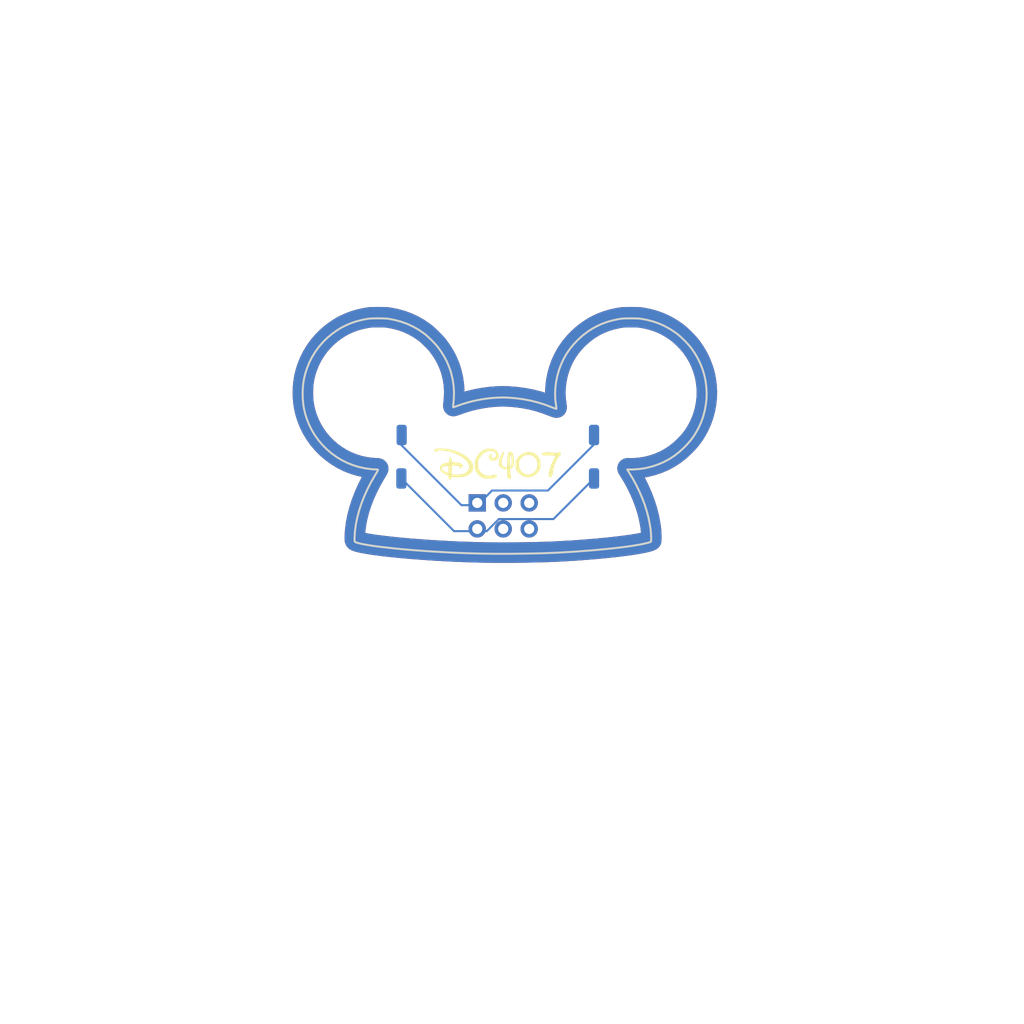
<source format=kicad_pcb>
(kicad_pcb (version 20221018) (generator pcbnew)
  (layers (0 "F.Cu" signal) (31 "B.Cu" signal) (34 "B.Paste" user) (35 "F.Paste" user) (36 "B.SilkS" user "B.Silkscreen") (37 "F.SilkS" user "F.Silkscreen") (38 "B.Mask" user) (39 "F.Mask" user) (44 "Edge.Cuts" user))
  (net 0 "")
  (net 1 "Net-(BT1--)")
  (net 2 "Net-(BT1-+)")
  (footprint "LOGO" (layer "F.Cu") (at 149.245 92.68)
    (fp_text reference "G***" hide)
    (fp_text value "LOGO" hide)
    (fp_poly (pts (xy 5.473065 1.458043) (xy 5.481364 1.466462) (xy 5.498903 1.516303) (xy 5.505946 1.600115) (xy 5.504814 1.647775) (xy 5.497046 1.733133) (xy 5.480054 1.782575) (xy 5.444528 1.81394) (xy 5.408461 1.832439) (xy 5.337767 1.886684) (xy 5.258084 1.98297) (xy 5.176131 2.11193) (xy 5.09863 2.264195) (xy 5.098377 2.264752) (xy 5.027157 2.422325) (xy 4.974925 2.539804) (xy 4.938051 2.625861) (xy 4.912904 2.689168) (xy 4.895855 2.738397) (xy 4.88594 2.772241) (xy 4.833887 2.971891) (xy 4.796269 3.138275) (xy 4.769456 3.288759) (xy 4.753991 3.403882) (xy 4.738879 3.511387) (xy 4.721702 3.602039) (xy 4.705703 3.659275) (xy 4.702751 3.66558) (xy 4.680254 3.721512) (xy 4.675931 3.746215) (xy 4.659214 3.790267) (xy 4.624586 3.840654) (xy 4.560789 3.884316) (xy 4.478319 3.901491) (xy 4.399486 3.890563) (xy 4.353823 3.860255) (xy 4.339109 3.813591) (xy 4.332219 3.729264) (xy 4.332541 3.622704) (xy 4.339458 3.509339) (xy 4.352357 3.404595) (xy 4.370623 3.323903) (xy 4.375747 3.309807) (xy 4.397886 3.247457) (xy 4.426647 3.156037) (xy 4.448416 3.081342) (xy 4.479505 2.978817) (xy 4.512055 2.884153) (xy 4.531487 2.835375) (xy 4.557328 2.769397) (xy 4.569224 2.723019) (xy 4.569312 2.720777) (xy 4.58148 2.673573) (xy 4.595248 2.644205) (xy 4.620445 2.593401) (xy 4.656431 2.514686) (xy 4.679002 2.463141) (xy 4.717137 2.377813) (xy 4.770057 2.26366) (xy 4.828733 2.140052) (xy 4.854052 2.087649) (xy 4.971283 1.84655) (xy 4.857652 1.812555) (xy 4.775959 1.797881) (xy 4.643849 1.787135) (xy 4.464532 1.780498) (xy 4.244219 1.778152) (xy 4.066661 1.777555) (xy 3.935059 1.775624) (xy 3.841618 1.771647) (xy 3.778541 1.764916) (xy 3.738032 1.754721) (xy 3.712294 1.740351) (xy 3.699933 1.72859) (xy 3.661774 1.673108) (xy 3.666887 1.625847) (xy 3.715926 1.570342) (xy 3.812677 1.513839) (xy 3.956702 1.476912) (xy 4.145128 1.459772) (xy 4.375083 1.462628) (xy 4.643695 1.485688) (xy 4.730376 1.496444) (xy 4.902762 1.516029) (xy 5.032728 1.522379) (xy 5.130102 1.514908) (xy 5.204712 1.49303) (xy 5.25397 1.465209) (xy 5.329182 1.434501) (xy 5.410023 1.432155)) (fill solid) (layer "F.SilkS"))
    (fp_poly (pts (xy 0.721887 1.451752) (xy 0.798671 1.540655) (xy 0.857736 1.677722) (xy 0.899657 1.863962) (xy 0.925007 2.100383) (xy 0.927551 2.142694) (xy 0.934176 2.392727) (xy 0.923128 2.596403) (xy 0.892971 2.758611) (xy 0.842269 2.884242) (xy 0.769584 2.978184) (xy 0.673479 3.045326) (xy 0.660406 3.051766) (xy 0.565185 3.096952) (xy 0.580652 3.344491) (xy 0.592278 3.478212) (xy 0.609405 3.613333) (xy 0.628827 3.725564) (xy 0.634038 3.748751) (xy 0.658821 3.857397) (xy 0.668658 3.928151) (xy 0.66278 3.974974) (xy 0.640415 4.011827) (xy 0.618201 4.035522) (xy 0.54751 4.081259) (xy 0.46819 4.078982) (xy 0.406133 4.051769) (xy 0.355434 4.017076) (xy 0.318914 3.972061) (xy 0.294327 3.907994) (xy 0.27943 3.816141) (xy 0.271975 3.68777) (xy 0.269736 3.521246) (xy 0.268783 3.1548) (xy 0.089899 3.135643) (xy -0.060294 3.104669) (xy -0.214712 3.047899) (xy -0.352899 2.974178) (xy -0.440972 2.906104) (xy -0.49055 2.835244) (xy -0.533423 2.735775) (xy -0.559932 2.632764) (xy -0.56404 2.586775) (xy -0.5586 2.523821) (xy -0.543977 2.42637) (xy -0.523465 2.311663) (xy -0.500358 2.19694) (xy -0.477952 2.099441) (xy -0.459542 2.036406) (xy -0.458224 2.033088) (xy -0.414617 1.934782) (xy -0.360111 1.822098) (xy -0.301123 1.70713) (xy -0.244069 1.601973) (xy -0.195364 1.51872) (xy -0.161422 1.469466) (xy -0.156541 1.464364) (xy -0.1123 1.436287) (xy -0.073515 1.450135) (xy -0.0677 1.454786) (xy -0.0331 1.510984) (xy -0.034221 1.595955) (xy -0.071321 1.714663) (xy -0.082663 1.741918) (xy -0.186002 2.017634) (xy -0.246331 2.264328) (xy -0.26413 2.484569) (xy -0.249602 2.635341) (xy -0.233955 2.701042) (xy -0.208263 2.747287) (xy -0.160237 2.788062) (xy -0.077589 2.837354) (xy -0.06688 2.843328) (xy 0.026493 2.888324) (xy 0.11756 2.920749) (xy 0.192751 2.936972) (xy 0.238499 2.933363) (xy 0.245021 2.926792) (xy 0.246997 2.89915) (xy 0.250672 2.826071) (xy 0.25567 2.715835) (xy 0.261619 2.576721) (xy 0.268145 2.417009) (xy 0.268985 2.395945) (xy 0.275107 2.274993) (xy 0.537566 2.274993) (xy 0.538203 2.472706) (xy 0.540343 2.62232) (xy 0.544329 2.72948) (xy 0.550505 2.79983) (xy 0.559214 2.839014) (xy 0.570799 2.852678) (xy 0.572711 2.852876) (xy 0.603692 2.830343) (xy 0.641375 2.773386) (xy 0.657481 2.740398) (xy 0.681833 2.65278) (xy 0.698561 2.527648) (xy 0.707371 2.380742) (xy 0.707971 2.2278) (xy 0.700068 2.084564) (xy 0.683368 1.966774) (xy 0.672655 1.925479) (xy 0.634616 1.812035) (xy 0.604316 1.736256) (xy 0.580908 1.70033) (xy 0.563547 1.706444) (xy 0.551388 1.756788) (xy 0.543584 1.853547) (xy 0.539291 1.99891) (xy 0.537663 2.195065) (xy 0.537566 2.274993) (xy 0.275107 2.274993) (xy 0.282457 2.129799) (xy 0.300328 1.913027) (xy 0.323663 1.741353) (xy 0.353524 1.610499) (xy 0.390975 1.516185) (xy 0.437077 1.454136) (xy 0.492894 1.420072) (xy 0.512866 1.414408) (xy 0.62681 1.410006)) (fill solid) (layer "F.SilkS"))
    (fp_poly (pts (xy -1.287029 1.110651) (xy -1.143998 1.12868) (xy -1.055216 1.149319) (xy -0.899147 1.222998) (xy -0.75932 1.335064) (xy -0.648209 1.473068) (xy -0.578285 1.624561) (xy -0.57797 1.625639) (xy -0.55388 1.718059) (xy -0.547434 1.78605) (xy -0.55847 1.855905) (xy -0.576169 1.918855) (xy -0.610574 2.020634) (xy -0.64889 2.092264) (xy -0.705079 2.153489) (xy -0.790724 2.222258) (xy -0.856893 2.266741) (xy -0.919393 2.290809) (xy -0.999595 2.300442) (xy -1.074947 2.301799) (xy -1.180205 2.298484) (xy -1.252578 2.284767) (xy -1.312713 2.255145) (xy -1.350236 2.228418) (xy -1.437726 2.13836) (xy -1.496162 2.030817) (xy -1.519583 1.921058) (xy -1.505163 1.831447) (xy -1.462796 1.758151) (xy -1.406131 1.696214) (xy -1.344822 1.6508) (xy -1.288521 1.627073) (xy -1.246881 1.630195) (xy -1.229556 1.665329) (xy -1.230801 1.6847) (xy -1.24912 1.833648) (xy -1.250811 1.93782) (xy -1.233435 2.00429) (xy -1.194551 2.04013) (xy -1.131721 2.052416) (xy -1.103953 2.05247) (xy -0.985858 2.024356) (xy -0.892191 1.949289) (xy -0.849132 1.882123) (xy -0.816776 1.805042) (xy -0.80963 1.738866) (xy -0.827631 1.660694) (xy -0.848365 1.603934) (xy -0.892945 1.516225) (xy -0.954795 1.453109) (xy -1.045301 1.406973) (xy -1.175851 1.370201) (xy -1.208483 1.363152) (xy -1.318336 1.342715) (xy -1.400435 1.336373) (xy -1.478909 1.344151) (xy -1.567576 1.36354) (xy -1.667336 1.390375) (xy -1.755022 1.418113) (xy -1.800847 1.436022) (xy -1.971711 1.539844) (xy -2.140935 1.684303) (xy -2.296471 1.857298) (xy -2.42627 2.046727) (xy -2.448797 2.086844) (xy -2.564853 2.301871) (xy -2.565866 2.63785) (xy -2.565635 2.779659) (xy -2.562429 2.881443) (xy -2.55398 2.956928) (xy -2.53802 3.019842) (xy -2.512282 3.08391) (xy -2.481507 3.148538) (xy -2.401956 3.280294) (xy -2.295735 3.413685) (xy -2.177175 3.533099) (xy -2.060604 3.622926) (xy -2.029312 3.641162) (xy -1.893157 3.699506) (xy -1.744771 3.732986) (xy -1.572624 3.742931) (xy -1.365189 3.730669) (xy -1.306985 3.724349) (xy -1.171946 3.706737) (xy -1.04789 3.687176) (xy -0.94956 3.668194) (xy -0.895899 3.65393) (xy -0.801838 3.63771) (xy -0.736844 3.659347) (xy -0.706314 3.70843) (xy -0.715648 3.77455) (xy -0.770242 3.847297) (xy -0.787826 3.862332) (xy -0.882244 3.928593) (xy -0.982358 3.977355) (xy -1.098944 4.011381) (xy -1.242779 4.033434) (xy -1.424638 4.046277) (xy -1.518624 4.049697) (xy -1.662584 4.052212) (xy -1.793549 4.051424) (xy -1.898973 4.047624) (xy -1.966309 4.041102) (xy -1.975556 4.039125) (xy -2.099739 3.994107) (xy -2.236915 3.92613) (xy -2.364513 3.847541) (xy -2.451704 3.7787) (xy -2.629715 3.588545) (xy -2.760501 3.394438) (xy -2.848395 3.186163) (xy -2.89773 2.953504) (xy -2.912845 2.691606) (xy -2.904405 2.472954) (xy -2.875566 2.286297) (xy -2.821047 2.114652) (xy -2.735571 1.941034) (xy -2.624607 1.764305) (xy -2.442364 1.534741) (xy -2.237512 1.353415) (xy -2.008045 1.218916) (xy -1.751962 1.129829) (xy -1.71082 1.120227) (xy -1.592425 1.105449) (xy -1.443833 1.102582)) (fill solid) (layer "F.SilkS"))
    (fp_poly (pts (xy 2.627364 1.451942) (xy 2.863062 1.528724) (xy 2.944833 1.568672) (xy 3.057529 1.646265) (xy 3.178859 1.758298) (xy 3.295469 1.89016) (xy 3.394003 2.027237) (xy 3.442554 2.113277) (xy 3.480165 2.192001) (xy 3.505804 2.255983) (xy 3.521764 2.318628) (xy 3.530337 2.39334) (xy 3.533817 2.493523) (xy 3.534495 2.632582) (xy 3.534497 2.650843) (xy 3.533941 2.795402) (xy 3.530786 2.899585) (xy 3.522804 2.976773) (xy 3.507766 3.040346) (xy 3.483443 3.103683) (xy 3.447606 3.180166) (xy 3.445656 3.184194) (xy 3.354092 3.335998) (xy 3.229697 3.49068) (xy 3.086628 3.633525) (xy 2.939043 3.749821) (xy 2.850674 3.80255) (xy 2.720022 3.854663) (xy 2.56938 3.892937) (xy 2.514695 3.901684) (xy 2.406716 3.915233) (xy 2.330661 3.921713) (xy 2.265146 3.920987) (xy 2.188788 3.912922) (xy 2.091314 3.89901) (xy 1.981596 3.873465) (xy 1.857847 3.830901) (xy 1.775696 3.794489) (xy 1.698908 3.748457) (xy 1.606112 3.682096) (xy 1.506895 3.603684) (xy 1.410843 3.5215) (xy 1.327545 3.443822) (xy 1.266586 3.378928) (xy 1.237555 3.335096) (xy 1.236402 3.328827) (xy 1.220514 3.28671) (xy 1.200417 3.258167) (xy 1.145619 3.160968) (xy 1.105952 3.021565) (xy 1.083298 2.849855) (xy 1.080425 2.701506) (xy 1.430414 2.701506) (xy 1.439559 2.847578) (xy 1.462308 2.964347) (xy 1.468075 2.981322) (xy 1.568635 3.188878) (xy 1.704455 3.35997) (xy 1.883197 3.504119) (xy 1.895385 3.512075) (xy 1.979811 3.564355) (xy 2.048483 3.597683) (xy 2.118532 3.616571) (xy 2.207088 3.625537) (xy 2.331283 3.629095) (xy 2.339855 3.629229) (xy 2.461786 3.627194) (xy 2.553049 3.613795) (xy 2.636263 3.584762) (xy 2.676763 3.565633) (xy 2.752256 3.520532) (xy 2.836904 3.458761) (xy 2.919047 3.390403) (xy 2.987028 3.325543) (xy 3.029189 3.274268) (xy 3.037249 3.253783) (xy 3.053895 3.218971) (xy 3.071865 3.197495) (xy 3.129585 3.10763) (xy 3.173258 2.979194) (xy 3.20175 2.825797) (xy 3.213924 2.66105) (xy 3.208645 2.498566) (xy 3.184777 2.351954) (xy 3.150624 2.253304) (xy 3.050121 2.090996) (xy 2.916321 1.946304) (xy 2.764491 1.834802) (xy 2.714929 1.808835) (xy 2.630496 1.773237) (xy 2.550983 1.75209) (xy 2.457071 1.741953) (xy 2.329442 1.739385) (xy 2.324974 1.739389) (xy 2.195687 1.742155) (xy 2.101612 1.752233) (xy 2.02436 1.772865) (xy 1.948677 1.805748) (xy 1.841409 1.872441) (xy 1.728323 1.965473) (xy 1.622322 2.071813) (xy 1.536307 2.178434) (xy 1.483182 2.272306) (xy 1.481074 2.277935) (xy 1.451523 2.397638) (xy 1.434519 2.545177) (xy 1.430414 2.701506) (xy 1.080425 2.701506) (xy 1.079539 2.655734) (xy 1.080585 2.628285) (xy 1.088426 2.507092) (xy 1.099612 2.401768) (xy 1.112382 2.326774) (xy 1.120313 2.301871) (xy 1.147893 2.247102) (xy 1.187918 2.16672) (xy 1.212257 2.117539) (xy 1.265782 2.03306) (xy 1.347055 1.932583) (xy 1.441765 1.833585) (xy 1.454896 1.821198) (xy 1.672949 1.649575) (xy 1.903914 1.526043) (xy 2.143098 1.451396) (xy 2.385812 1.426431)) (fill solid) (layer "F.SilkS"))
    (fp_poly (pts (xy -6.12375 1.08902) (xy -5.893324 1.101672) (xy -5.703458 1.117298) (xy -5.540972 1.137521) (xy -5.392686 1.163959) (xy -5.254709 1.195866) (xy -5.142785 1.223972) (xy -5.030102 1.251829) (xy -4.972487 1.265833) (xy -4.886274 1.289388) (xy -4.814796 1.313683) (xy -4.797778 1.321036) (xy -4.746533 1.343097) (xy -4.66234 1.376518) (xy -4.562786 1.414331) (xy -4.555873 1.416897) (xy -4.428276 1.469106) (xy -4.28959 1.533273) (xy -4.193016 1.583051) (xy -4.099329 1.634732) (xy -4.018136 1.679466) (xy -3.966248 1.707991) (xy -3.96455 1.708921) (xy -3.783473 1.82123) (xy -3.609552 1.953501) (xy -3.449893 2.098196) (xy -3.311604 2.24778) (xy -3.201793 2.394715) (xy -3.127567 2.531466) (xy -3.098838 2.626873) (xy -3.082617 2.693117) (xy -3.062881 2.732285) (xy -3.060504 2.734163) (xy -3.043454 2.772033) (xy -3.03761 2.847359) (xy -3.042202 2.945191) (xy -3.056462 3.050581) (xy -3.079621 3.148578) (xy -3.082245 3.156926) (xy -3.121443 3.25989) (xy -3.168866 3.36002) (xy -3.189644 3.396446) (xy -3.261791 3.486906) (xy -3.36283 3.580963) (xy -3.480123 3.669974) (xy -3.60103 3.7453) (xy -3.712912 3.798298) (xy -3.80313 3.820327) (xy -3.809869 3.820495) (xy -3.86593 3.833438) (xy -3.885635 3.846405) (xy -3.921224 3.8589) (xy -3.998922 3.873729) (xy -4.107241 3.88903) (xy -4.233709 3.902846) (xy -4.456099 3.918597) (xy -4.656957 3.919567) (xy -4.863029 3.905154) (xy -5.029378 3.884951) (xy -5.153466 3.867928) (xy -5.171989 3.966663) (xy -5.200103 4.048664) (xy -5.245657 4.119741) (xy -5.29661 4.163453) (xy -5.320858 4.169913) (xy -5.356364 4.152025) (xy -5.39915 4.113603) (xy -5.438825 4.041361) (xy -5.46601 3.928667) (xy -5.470032 3.898577) (xy -5.486704 3.7992) (xy -5.508741 3.74871) (xy -5.526697 3.73986) (xy -5.585096 3.725433) (xy -5.674451 3.686808) (xy -5.781931 3.630975) (xy -5.894704 3.564919) (xy -5.999939 3.495628) (xy -6.064965 3.446744) (xy -6.149474 3.37065) (xy -6.222533 3.291732) (xy -6.266757 3.229592) (xy -6.305326 3.11558) (xy -6.309983 3.049352) (xy -6.128254 3.049352) (xy -6.106411 3.105286) (xy -6.048506 3.175676) (xy -5.965979 3.249808) (xy -5.870268 3.316966) (xy -5.80433 3.352788) (xy -5.659207 3.421005) (xy -5.56005 3.466989) (xy -5.504412 3.491866) (xy -5.489894 3.497344) (xy -5.487401 3.472361) (xy -5.485327 3.403552) (xy -5.483862 3.300846) (xy -5.483195 3.174172) (xy -5.483175 3.146604) (xy -5.483175 2.795251) (xy -5.637725 2.812873) (xy -5.80594 2.841529) (xy -5.945643 2.884248) (xy -6.050151 2.937807) (xy -6.112777 2.998983) (xy -6.128254 3.049352) (xy -6.309983 3.049352) (xy -6.314178 2.989684) (xy -6.293307 2.873757) (xy -6.266881 2.818629) (xy -6.196253 2.737752) (xy -6.099268 2.658556) (xy -5.996612 2.596184) (xy -5.925804 2.56893) (xy -5.85876 2.547836) (xy -5.816403 2.526633) (xy -5.775192 2.511579) (xy -5.698748 2.496305) (xy -5.624743 2.486528) (xy -5.534729 2.475547) (xy -5.483278 2.460401) (xy -5.455427 2.43195) (xy -5.436211 2.381052) (xy -5.432626 2.369174) (xy -5.411543 2.275194) (xy -5.40116 2.183204) (xy -5.401023 2.1778) (xy -5.389063 2.06743) (xy -5.360519 1.976077) (xy -5.320595 1.916008) (xy -5.282575 1.898696) (xy -5.253118 1.907468) (xy -5.229261 1.940507) (xy -5.206016 2.0079) (xy -5.182883 2.100284) (xy -5.15996 2.205347) (xy -5.142911 2.295959) (xy -5.135035 2.354376) (xy -5.134858 2.358587) (xy -5.134175 2.378856) (xy -5.128361 2.394457) (xy -5.110426 2.406974) (xy -5.073378 2.417987) (xy -5.010224 2.429079) (xy -4.913973 2.441832) (xy -4.777633 2.457828) (xy -4.614334 2.476366) (xy -4.510529 2.490706) (xy -4.426189 2.507067) (xy -4.376788 2.522337) (xy -4.37243 2.525011) (xy -4.322647 2.550378) (xy -4.273651 2.56596) (xy -4.21183 2.594189) (xy -4.139067 2.645075) (xy -4.117324 2.663848) (xy -4.055819 2.739447) (xy -4.045639 2.812208) (xy -4.085815 2.891756) (xy -4.093417 2.90152) (xy -4.144718 2.943548) (xy -4.221348 2.98442) (xy -4.302883 3.015468) (xy -4.368899 3.028025) (xy -4.386474 3.0259) (xy -4.426988 2.991228) (xy -4.42984 2.937502) (xy -4.395584 2.883474) (xy -4.381945 2.872576) (xy -4.36168 2.854344) (xy -4.367013 2.840566) (xy -4.405494 2.828429) (xy -4.484675 2.815118) (xy -4.56642 2.803856) (xy -4.699554 2.788798) (xy -4.83645 2.777634) (xy -4.951205 2.772398) (xy -4.968813 2.772241) (xy -5.133757 2.772241) (xy -5.133757 3.186493) (xy -5.133757 3.600744) (xy -5.019524 3.620689) (xy -4.946518 3.628554) (xy -4.835669 3.634667) (xy -4.70288 3.638359) (xy -4.582751 3.639084) (xy -4.29369 3.620765) (xy -4.045685 3.568895) (xy -3.839066 3.483646) (xy -3.674167 3.365191) (xy -3.551318 3.213702) (xy -3.483212 3.067903) (xy -3.452946 2.968091) (xy -3.443966 2.888012) (xy -3.456886 2.805079) (xy -3.492317 2.696707) (xy -3.493356 2.693861) (xy -3.557974 2.547428) (xy -3.643251 2.414488) (xy -3.759813 2.279913) (xy -3.839298 2.201436) (xy -3.906057 2.142831) (xy -3.994683 2.071458) (xy -4.09511 1.994645) (xy -4.197272 1.919723) (xy -4.291104 1.854021) (xy -4.36654 1.804868) (xy -4.413514 1.779595) (xy -4.421146 1.777744) (xy -4.449127 1.766742) (xy -4.513493 1.737367) (xy -4.602435 1.695066) (xy -4.642373 1.675686) (xy -4.816169 1.59928) (xy -5.017659 1.52405) (xy -5.227194 1.456428) (xy -5.425123 1.402844) (xy -5.56381 1.374088) (xy -5.739683 1.34531) (xy -5.877035 1.324804) (xy -5.990222 1.311152) (xy -6.093599 1.302936) (xy -6.201521 1.298735) (xy -6.328343 1.297132) (xy -6.34328 1.297057) (xy -6.474915 1.297127) (xy -6.559943 1.299452) (xy -6.605497 1.305044) (xy -6.618713 1.314918) (xy -6.606725 1.330088) (xy -6.601973 1.333815) (xy -6.568481 1.381666) (xy -6.575481 1.428331) (xy -6.618207 1.454164) (xy -6.631379 1.455104) (xy -6.701403 1.436773) (xy -6.778894 1.391868) (xy -6.84224 1.33515) (xy -6.86743 1.293863) (xy -6.868245 1.220074) (xy -6.818636 1.162255) (xy -6.718404 1.12035) (xy -6.567348 1.094305) (xy -6.36527 1.084064)) (fill solid) (layer "F.SilkS"))
    (fp_poly (pts (xy -12.208072 -11.625339) (xy -11.984059 -11.622354) (xy -11.775092 -11.616787) (xy -11.59099 -11.608642) (xy -11.441573 -11.597924) (xy -11.356085 -11.587883) (xy -10.704397 -11.463394) (xy -10.08137 -11.293513) (xy -9.486603 -11.078066) (xy -8.919692 -10.816883) (xy -8.380234 -10.509793) (xy -7.867826 -10.156623) (xy -7.714074 -10.03749) (xy -7.598749 -9.940257) (xy -7.458841 -9.813757) (xy -7.30307 -9.666683) (xy -7.14016 -9.507731) (xy -6.978834 -9.345596) (xy -6.827814 -9.188973) (xy -6.695822 -9.046558) (xy -6.591582 -8.927046) (xy -6.556228 -8.88328) (xy -6.20481 -8.401263) (xy -5.900101 -7.917549) (xy -5.644153 -7.43569) (xy -5.43902 -6.959236) (xy -5.429754 -6.934603) (xy -5.386753 -6.81939) (xy -5.346672 -6.711915) (xy -5.316317 -6.630423) (xy -5.309489 -6.612063) (xy -5.287968 -6.547592) (xy -5.256944 -6.446372) (xy -5.220967 -6.323544) (xy -5.192354 -6.222328) (xy -5.054345 -5.632648) (xy -4.966621 -5.035743) (xy -4.92896 -4.428085) (xy -4.941135 -3.80615) (xy -4.999864 -3.189627) (xy -5.012093 -3.082469) (xy -5.018554 -2.996854) (xy -5.018419 -2.945716) (xy -5.016008 -2.937419) (xy -4.986884 -2.940912) (xy -4.916715 -2.960505) (xy -4.814746 -2.993304) (xy -4.690222 -3.036421) (xy -4.630684 -3.05791) (xy -4.482774 -3.111534) (xy -4.337691 -3.163411) (xy -4.210162 -3.208322) (xy -4.11491 -3.241049) (xy -4.098942 -3.246361) (xy -3.466441 -3.43532) (xy -2.814243 -3.593296) (xy -2.151872 -3.718958) (xy -1.488853 -3.810973) (xy -0.834709 -3.868012) (xy -0.198965 -3.888744) (xy 0.386076 -3.8732) (xy 1.144061 -3.810977) (xy 1.869121 -3.713938) (xy 2.571041 -3.579912) (xy 3.259606 -3.406725) (xy 3.9446 -3.192206) (xy 4.635809 -2.934183) (xy 4.659478 -2.924643) (xy 4.795834 -2.871412) (xy 4.914875 -2.828453) (xy 5.007743 -2.798684) (xy 5.06558 -2.785023) (xy 5.080101 -2.78606) (xy 5.084664 -2.820575) (xy 5.079905 -2.895489) (xy 5.066927 -2.998464) (xy 5.054083 -3.077566) (xy 4.980438 -3.646175) (xy 4.95638 -4.22705) (xy 4.980781 -4.814634) (xy 5.052513 -5.403368) (xy 5.170447 -5.987695) (xy 5.333456 -6.562057) (xy 5.54041 -7.120898) (xy 5.790182 -7.658658) (xy 6.081642 -8.169781) (xy 6.090892 -8.184444) (xy 6.421928 -8.661578) (xy 6.797277 -9.119223) (xy 7.210114 -9.5508) (xy 7.653618 -9.949728) (xy 8.120966 -10.309427) (xy 8.605336 -10.623317) (xy 8.641574 -10.644489) (xy 9.092322 -10.887084) (xy 9.547705 -11.093287) (xy 10.017393 -11.266414) (xy 10.511055 -11.40978) (xy 11.038362 -11.5267) (xy 11.396402 -11.588936) (xy 11.51136 -11.6017) (xy 11.669866 -11.611749) (xy 11.861778 -11.619087) (xy 12.076956 -11.62372) (xy 12.305261 -11.625654) (xy 12.53655 -11.624895) (xy 12.760685 -11.621446) (xy 12.967525 -11.615316) (xy 13.146928 -11.606507) (xy 13.288755 -11.595027) (xy 13.345079 -11.587883) (xy 13.969892 -11.470714) (xy 14.56079 -11.314541) (xy 15.123008 -11.1172) (xy 15.66178 -10.876526) (xy 16.18234 -10.590355) (xy 16.689921 -10.256524) (xy 16.852698 -10.137605) (xy 17.047405 -9.981823) (xy 17.262393 -9.792539) (xy 17.487146 -9.580315) (xy 17.711149 -9.355709) (xy 17.923886 -9.129282) (xy 18.114842 -8.911592) (xy 18.273502 -8.713201) (xy 18.280688 -8.70359) (xy 18.628852 -8.198745) (xy 18.927263 -7.684644) (xy 19.179894 -7.153768) (xy 19.386186 -6.612063) (xy 19.493359 -6.27151) (xy 19.579878 -5.941671) (xy 19.649319 -5.605701) (xy 19.705257 -5.246749) (xy 19.742639 -4.932169) (xy 19.776654 -4.367326) (xy 19.76243 -3.789949) (xy 19.701475 -3.207875) (xy 19.595298 -2.62894) (xy 19.445407 -2.060979) (xy 19.25331 -1.51183) (xy 19.020517 -0.989328) (xy 18.961272 -0.873545) (xy 18.755291 -0.499802) (xy 18.547544 -0.163573) (xy 18.328324 0.148305) (xy 18.087924 0.448993) (xy 17.816639 0.751653) (xy 17.59263 0.982294) (xy 17.12628 1.41387) (xy 16.637543 1.79686) (xy 16.124931 2.132076) (xy 15.586957 2.420325) (xy 15.022132 2.662418) (xy 14.428967 2.859163) (xy 13.896085 2.992488) (xy 13.680245 3.033641) (xy 13.438804 3.070701) (xy 13.183722 3.102559) (xy 12.926954 3.128107) (xy 12.680461 3.146234) (xy 12.456198 3.155833) (xy 12.266124 3.155792) (xy 12.182593 3.151426) (xy 12.095741 3.147349) (xy 12.035053 3.149675) (xy 12.014603 3.156984) (xy 12.02831 3.186599) (xy 12.064863 3.249438) (xy 12.117413 3.333914) (xy 12.13966 3.368521) (xy 12.517992 3.98501) (xy 12.867677 4.621782) (xy 13.186026 5.272218) (xy 13.470349 5.929697) (xy 13.717953 6.587599) (xy 13.92615 7.239304) (xy 14.092248 7.878192) (xy 14.206275 8.453228) (xy 14.228033 8.583575) (xy 14.249928 8.714217) (xy 14.268009 8.821583) (xy 14.271629 8.842963) (xy 14.292258 8.989804) (xy 14.311347 9.17145) (xy 14.327758 9.371402) (xy 14.340353 9.573159) (xy 14.347995 9.760223) (xy 14.349548 9.916091) (xy 14.34851 9.958413) (xy 14.339577 10.200317) (xy 14.24444 10.246866) (xy 14.156352 10.280987) (xy 14.022418 10.320887) (xy 13.850029 10.364901) (xy 13.646577 10.411367) (xy 13.419455 10.45862) (xy 13.176054 10.504997) (xy 12.923767 10.548834) (xy 12.847831 10.561181) (xy 12.722938 10.581301) (xy 12.594818 10.602172) (xy 12.498413 10.61808) (xy 12.364349 10.638933) (xy 12.186057 10.664396) (xy 11.972753 10.693313) (xy 11.733655 10.724526) (xy 11.477981 10.756878) (xy 11.214947 10.789212) (xy 10.953771 10.820371) (xy 10.703671 10.849197) (xy 10.473863 10.874533) (xy 10.361587 10.886343) (xy 9.914156 10.931838) (xy 9.511385 10.971491) (xy 9.144592 11.0061) (xy 8.805094 11.036467) (xy 8.484206 11.063391) (xy 8.197884 11.085816) (xy 8.004238 11.100573) (xy 7.803679 11.116041) (xy 7.611671 11.131015) (xy 7.443679 11.144289) (xy 7.324339 11.153907) (xy 7.183599 11.164703) (xy 7.007121 11.177148) (xy 6.812845 11.190037) (xy 6.618715 11.202164) (xy 6.517989 11.208101) (xy 6.317063 11.219682) (xy 6.092154 11.232711) (xy 5.866085 11.245861) (xy 5.661679 11.257807) (xy 5.590688 11.261975) (xy 5.109628 11.287551) (xy 4.581891 11.310654) (xy 4.014505 11.331193) (xy 3.414495 11.349078) (xy 2.788889 11.364218) (xy 2.144714 11.376524) (xy 1.488996 11.385905) (xy 0.828764 11.39227) (xy 0.171042 11.395529) (xy -0.477141 11.395593) (xy -1.108759 11.39237) (xy -1.716785 11.385771) (xy -2.294191 11.375705) (xy -2.634074 11.367674) (xy -2.983804 11.357887) (xy -3.349468 11.346553) (xy -3.721535 11.334034) (xy -4.090478 11.32069) (xy -4.446766 11.306882) (xy -4.78087 11.29297) (xy -5.083262 11.279316) (xy -5.344412 11.266279) (xy -5.415979 11.262393) (xy -5.602845 11.252056) (xy -5.822367 11.23999) (xy -6.053522 11.227345) (xy -6.275285 11.215274) (xy -6.397037 11.20868) (xy -6.592121 11.197769) (xy -6.799348 11.185547) (xy -7.001035 11.173097) (xy -7.179497 11.161506) (xy -7.284021 11.154276) (xy -7.452493 11.142258) (xy -7.651066 11.12824) (xy -7.856209 11.113873) (xy -8.04439 11.100812) (xy -8.063492 11.099496) (xy -8.307512 11.08215) (xy -8.576025 11.062136) (xy -8.855066 11.040564) (xy -9.130668 11.018541) (xy -9.388865 10.997177) (xy -9.61569 10.97758) (xy -9.729947 10.967221) (xy -9.884087 10.952942) (xy -10.063413 10.936379) (xy -10.239577 10.920148) (xy -10.32127 10.91264) (xy -10.475149 10.897999) (xy -10.638134 10.881655) (xy -10.786207 10.866051) (xy -10.858836 10.857954) (xy -10.994438 10.842675) (xy -11.154924 10.825088) (xy -11.311697 10.808315) (xy -11.356085 10.803663) (xy -11.494017 10.78867) (xy -11.663325 10.769283) (xy -11.853589 10.746791) (xy -12.054391 10.722483) (xy -12.255309 10.697649) (xy -12.445925 10.67358) (xy -12.615818 10.651565) (xy -12.75457 10.632893) (xy -12.851762 10.618853) (xy -12.86127 10.617361) (xy -13.168963 10.567779) (xy -13.429811 10.524375) (xy -13.650207 10.485899) (xy -13.836548 10.451097) (xy -13.995227 10.418718) (xy -14.132639 10.387509) (xy -14.255179 10.35622) (xy -14.369242 10.323597) (xy -14.383011 10.319428) (xy -14.495225 10.284404) (xy -14.571724 10.252827) (xy -14.619147 10.214069) (xy -14.644133 10.157504) (xy -14.653321 10.072505) (xy -14.653351 9.948447) (xy -14.652333 9.888353) (xy -14.61698 9.245787) (xy -14.532939 8.585836) (xy -14.401228 7.911591) (xy -14.222863 7.226143) (xy -13.998862 6.532584) (xy -13.73024 5.834004) (xy -13.418016 5.133495) (xy -13.063205 4.434146) (xy -12.666825 3.739051) (xy -12.585302 3.605124) (xy -12.491534 3.450636) (xy -12.424961 3.335638) (xy -12.382966 3.254885) (xy -12.362936 3.203131) (xy -12.362255 3.175133) (xy -12.367757 3.168763) (xy -12.413139 3.156158) (xy -12.492789 3.147479) (xy -12.565608 3.144944) (xy -12.662334 3.14217) (xy -12.792417 3.135223) (xy -12.935729 3.125284) (xy -13.023537 3.118038) (xy -13.633689 3.037541) (xy -14.229968 2.906541) (xy -14.809729 2.727107) (xy -15.370325 2.501304) (xy -15.909113 2.231202) (xy -16.423445 1.918868) (xy -16.910677 1.566371) (xy -17.368163 1.175777) (xy -17.793258 0.749156) (xy -18.183315 0.288574) (xy -18.53569 -0.2039) (xy -18.847737 -0.726199) (xy -19.116811 -1.276254) (xy -19.324997 -1.807537) (xy -19.479562 -2.302219) (xy -19.594822 -2.787187) (xy -19.673092 -3.276443) (xy -19.716687 -3.783989) (xy -19.72821 -4.246772) (xy -19.712921 -4.777516) (xy -19.665476 -5.277801) (xy -19.583506 -5.761917) (xy -19.464645 -6.244154) (xy -19.323112 -6.691419) (xy -19.097446 -7.260848) (xy -18.823873 -7.809885) (xy -18.505294 -8.334801) (xy -18.144609 -8.831864) (xy -17.744718 -9.297346) (xy -17.308522 -9.727515) (xy -16.838922 -10.118642) (xy -16.436085 -10.40425) (xy -16.279149 -10.507027) (xy -16.155794 -10.586558) (xy -16.054868 -10.649412) (xy -15.965218 -10.702156) (xy -15.875692 -10.751358) (xy -15.775139 -10.803587) (xy -15.656614 -10.863303) (xy -15.296472 -11.032688) (xy -14.937583 -11.178392) (xy -14.568922 -11.303836) (xy -14.179461 -11.412441) (xy -13.758175 -11.507628) (xy -13.318201 -11.588781) (xy -13.21013 -11.601381) (xy -13.058186 -11.611373) (xy -12.872188 -11.61876) (xy -12.661957 -11.623547) (xy -12.437311 -11.625739)) (stroke (width 0.2)) (fill none) (layer "Edge.Cuts"))
  )
  (footprint "Connector_PinSocket_2.54mm:PinSocket_2x03_P2.54mm_Vertical" (layer "F.Cu") (at 146.59 99.1 90)
    (fp_text reference "REF**" hide)
    (fp_text value "PinSocket_2x03_P2.54mm_Vertical" hide)
    (pad "1" thru_hole rect (at 0 0 90) (size 1.7 1.7) (drill 1) (layers "*.Cu" "*.Mask") (net 2 "Net-(BT1-+)"))
    (pad "2" thru_hole oval (at -2.54 0 90) (size 1.7 1.7) (drill 1) (layers "*.Cu" "*.Mask") (net 1 "Net-(BT1--)"))
    (pad "3" thru_hole oval (at 0 2.54 90) (size 1.7 1.7) (drill 1) (layers "*.Cu" "*.Mask"))
    (pad "4" thru_hole oval (at -2.54 2.54 90) (size 1.7 1.7) (drill 1) (layers "*.Cu" "*.Mask"))
    (pad "5" thru_hole oval (at 0 5.08 90) (size 1.7 1.7) (drill 1) (layers "*.Cu" "*.Mask"))
    (pad "6" thru_hole oval (at -2.54 5.08 90) (size 1.7 1.7) (drill 1) (layers "*.Cu" "*.Mask"))
  )
  (footprint "LOGO" (layer "F.Cu") (at 149.269222 92.564927)
    (fp_text reference "G***" hide)
    (fp_text value "LOGO" hide)
    (fp_poly (pts (xy -12.208072 -11.625339) (xy -11.984059 -11.622354) (xy -11.775092 -11.616787) (xy -11.59099 -11.608642) (xy -11.441573 -11.597924) (xy -11.356085 -11.587883) (xy -10.704397 -11.463394) (xy -10.08137 -11.293513) (xy -9.486603 -11.078066) (xy -8.919692 -10.816883) (xy -8.380234 -10.509793) (xy -7.867826 -10.156623) (xy -7.714074 -10.03749) (xy -7.598749 -9.940257) (xy -7.458841 -9.813757) (xy -7.30307 -9.666683) (xy -7.14016 -9.507731) (xy -6.978834 -9.345596) (xy -6.827814 -9.188973) (xy -6.695822 -9.046558) (xy -6.591582 -8.927046) (xy -6.556228 -8.88328) (xy -6.20481 -8.401263) (xy -5.900101 -7.917549) (xy -5.644153 -7.43569) (xy -5.43902 -6.959236) (xy -5.429754 -6.934603) (xy -5.386753 -6.81939) (xy -5.346672 -6.711915) (xy -5.316317 -6.630423) (xy -5.309489 -6.612063) (xy -5.287968 -6.547592) (xy -5.256944 -6.446372) (xy -5.220967 -6.323544) (xy -5.192354 -6.222328) (xy -5.054345 -5.632648) (xy -4.966621 -5.035743) (xy -4.92896 -4.428085) (xy -4.941135 -3.80615) (xy -4.999864 -3.189627) (xy -5.012093 -3.082469) (xy -5.018554 -2.996854) (xy -5.018419 -2.945716) (xy -5.016008 -2.937419) (xy -4.986884 -2.940912) (xy -4.916715 -2.960505) (xy -4.814746 -2.993304) (xy -4.690222 -3.036421) (xy -4.630684 -3.05791) (xy -4.482774 -3.111534) (xy -4.337691 -3.163411) (xy -4.210162 -3.208322) (xy -4.11491 -3.241049) (xy -4.098942 -3.246361) (xy -3.466441 -3.43532) (xy -2.814243 -3.593296) (xy -2.151872 -3.718958) (xy -1.488853 -3.810973) (xy -0.834709 -3.868012) (xy -0.198965 -3.888744) (xy 0.386076 -3.8732) (xy 1.144061 -3.810977) (xy 1.869121 -3.713938) (xy 2.571041 -3.579912) (xy 3.259606 -3.406725) (xy 3.9446 -3.192206) (xy 4.635809 -2.934183) (xy 4.659478 -2.924643) (xy 4.795834 -2.871412) (xy 4.914875 -2.828453) (xy 5.007743 -2.798684) (xy 5.06558 -2.785023) (xy 5.080101 -2.78606) (xy 5.084664 -2.820575) (xy 5.079905 -2.895489) (xy 5.066927 -2.998464) (xy 5.054083 -3.077566) (xy 4.980438 -3.646175) (xy 4.95638 -4.22705) (xy 4.980781 -4.814634) (xy 5.052513 -5.403368) (xy 5.170447 -5.987695) (xy 5.333456 -6.562057) (xy 5.54041 -7.120898) (xy 5.790182 -7.658658) (xy 6.081642 -8.169781) (xy 6.090892 -8.184444) (xy 6.421928 -8.661578) (xy 6.797277 -9.119223) (xy 7.210114 -9.5508) (xy 7.653618 -9.949728) (xy 8.120966 -10.309427) (xy 8.605336 -10.623317) (xy 8.641574 -10.644489) (xy 9.092322 -10.887084) (xy 9.547705 -11.093287) (xy 10.017393 -11.266414) (xy 10.511055 -11.40978) (xy 11.038362 -11.5267) (xy 11.396402 -11.588936) (xy 11.51136 -11.6017) (xy 11.669866 -11.611749) (xy 11.861778 -11.619087) (xy 12.076956 -11.62372) (xy 12.305261 -11.625654) (xy 12.53655 -11.624895) (xy 12.760685 -11.621446) (xy 12.967525 -11.615316) (xy 13.146928 -11.606507) (xy 13.288755 -11.595027) (xy 13.345079 -11.587883) (xy 13.969892 -11.470714) (xy 14.56079 -11.314541) (xy 15.123008 -11.1172) (xy 15.66178 -10.876526) (xy 16.18234 -10.590355) (xy 16.689921 -10.256524) (xy 16.852698 -10.137605) (xy 17.047405 -9.981823) (xy 17.262393 -9.792539) (xy 17.487146 -9.580315) (xy 17.711149 -9.355709) (xy 17.923886 -9.129282) (xy 18.114842 -8.911592) (xy 18.273502 -8.713201) (xy 18.280688 -8.70359) (xy 18.628852 -8.198745) (xy 18.927263 -7.684644) (xy 19.179894 -7.153768) (xy 19.386186 -6.612063) (xy 19.493359 -6.27151) (xy 19.579878 -5.941671) (xy 19.649319 -5.605701) (xy 19.705257 -5.246749) (xy 19.742639 -4.932169) (xy 19.776654 -4.367326) (xy 19.76243 -3.789949) (xy 19.701475 -3.207875) (xy 19.595298 -2.62894) (xy 19.445407 -2.060979) (xy 19.25331 -1.51183) (xy 19.020517 -0.989328) (xy 18.961272 -0.873545) (xy 18.755291 -0.499802) (xy 18.547544 -0.163573) (xy 18.328324 0.148305) (xy 18.087924 0.448993) (xy 17.816639 0.751653) (xy 17.59263 0.982294) (xy 17.12628 1.41387) (xy 16.637543 1.79686) (xy 16.124931 2.132076) (xy 15.586957 2.420325) (xy 15.022132 2.662418) (xy 14.428967 2.859163) (xy 13.896085 2.992488) (xy 13.680245 3.033641) (xy 13.438804 3.070701) (xy 13.183722 3.102559) (xy 12.926954 3.128107) (xy 12.680461 3.146234) (xy 12.456198 3.155833) (xy 12.266124 3.155792) (xy 12.182593 3.151426) (xy 12.095741 3.147349) (xy 12.035053 3.149675) (xy 12.014603 3.156984) (xy 12.02831 3.186599) (xy 12.064863 3.249438) (xy 12.117413 3.333914) (xy 12.13966 3.368521) (xy 12.517992 3.98501) (xy 12.867677 4.621782) (xy 13.186026 5.272218) (xy 13.470349 5.929697) (xy 13.717953 6.587599) (xy 13.92615 7.239304) (xy 14.092248 7.878192) (xy 14.206275 8.453228) (xy 14.228033 8.583575) (xy 14.249928 8.714217) (xy 14.268009 8.821583) (xy 14.271629 8.842963) (xy 14.292258 8.989804) (xy 14.311347 9.17145) (xy 14.327758 9.371402) (xy 14.340353 9.573159) (xy 14.347995 9.760223) (xy 14.349548 9.916091) (xy 14.34851 9.958413) (xy 14.339577 10.200317) (xy 14.24444 10.246866) (xy 14.156352 10.280987) (xy 14.022418 10.320887) (xy 13.850029 10.364901) (xy 13.646577 10.411367) (xy 13.419455 10.45862) (xy 13.176054 10.504997) (xy 12.923767 10.548834) (xy 12.847831 10.561181) (xy 12.722938 10.581301) (xy 12.594818 10.602172) (xy 12.498413 10.61808) (xy 12.364349 10.638933) (xy 12.186057 10.664396) (xy 11.972753 10.693313) (xy 11.733655 10.724526) (xy 11.477981 10.756878) (xy 11.214947 10.789212) (xy 10.953771 10.820371) (xy 10.703671 10.849197) (xy 10.473863 10.874533) (xy 10.361587 10.886343) (xy 9.914156 10.931838) (xy 9.511385 10.971491) (xy 9.144592 11.0061) (xy 8.805094 11.036467) (xy 8.484206 11.063391) (xy 8.197884 11.085816) (xy 8.004238 11.100573) (xy 7.803679 11.116041) (xy 7.611671 11.131015) (xy 7.443679 11.144289) (xy 7.324339 11.153907) (xy 7.183599 11.164703) (xy 7.007121 11.177148) (xy 6.812845 11.190037) (xy 6.618715 11.202164) (xy 6.517989 11.208101) (xy 6.317063 11.219682) (xy 6.092154 11.232711) (xy 5.866085 11.245861) (xy 5.661679 11.257807) (xy 5.590688 11.261975) (xy 5.109628 11.287551) (xy 4.581891 11.310654) (xy 4.014505 11.331193) (xy 3.414495 11.349078) (xy 2.788889 11.364218) (xy 2.144714 11.376524) (xy 1.488996 11.385905) (xy 0.828764 11.39227) (xy 0.171042 11.395529) (xy -0.477141 11.395593) (xy -1.108759 11.39237) (xy -1.716785 11.385771) (xy -2.294191 11.375705) (xy -2.634074 11.367674) (xy -2.983804 11.357887) (xy -3.349468 11.346553) (xy -3.721535 11.334034) (xy -4.090478 11.32069) (xy -4.446766 11.306882) (xy -4.78087 11.29297) (xy -5.083262 11.279316) (xy -5.344412 11.266279) (xy -5.415979 11.262393) (xy -5.602845 11.252056) (xy -5.822367 11.23999) (xy -6.053522 11.227345) (xy -6.275285 11.215274) (xy -6.397037 11.20868) (xy -6.592121 11.197769) (xy -6.799348 11.185547) (xy -7.001035 11.173097) (xy -7.179497 11.161506) (xy -7.284021 11.154276) (xy -7.452493 11.142258) (xy -7.651066 11.12824) (xy -7.856209 11.113873) (xy -8.04439 11.100812) (xy -8.063492 11.099496) (xy -8.307512 11.08215) (xy -8.576025 11.062136) (xy -8.855066 11.040564) (xy -9.130668 11.018541) (xy -9.388865 10.997177) (xy -9.61569 10.97758) (xy -9.729947 10.967221) (xy -9.884087 10.952942) (xy -10.063413 10.936379) (xy -10.239577 10.920148) (xy -10.32127 10.91264) (xy -10.475149 10.897999) (xy -10.638134 10.881655) (xy -10.786207 10.866051) (xy -10.858836 10.857954) (xy -10.994438 10.842675) (xy -11.154924 10.825088) (xy -11.311697 10.808315) (xy -11.356085 10.803663) (xy -11.494017 10.78867) (xy -11.663325 10.769283) (xy -11.853589 10.746791) (xy -12.054391 10.722483) (xy -12.255309 10.697649) (xy -12.445925 10.67358) (xy -12.615818 10.651565) (xy -12.75457 10.632893) (xy -12.851762 10.618853) (xy -12.86127 10.617361) (xy -13.168963 10.567779) (xy -13.429811 10.524375) (xy -13.650207 10.485899) (xy -13.836548 10.451097) (xy -13.995227 10.418718) (xy -14.132639 10.387509) (xy -14.255179 10.35622) (xy -14.369242 10.323597) (xy -14.383011 10.319428) (xy -14.495225 10.284404) (xy -14.571724 10.252827) (xy -14.619147 10.214069) (xy -14.644133 10.157504) (xy -14.653321 10.072505) (xy -14.653351 9.948447) (xy -14.652333 9.888353) (xy -14.61698 9.245787) (xy -14.532939 8.585836) (xy -14.401228 7.911591) (xy -14.222863 7.226143) (xy -13.998862 6.532584) (xy -13.73024 5.834004) (xy -13.418016 5.133495) (xy -13.063205 4.434146) (xy -12.666825 3.739051) (xy -12.585302 3.605124) (xy -12.491534 3.450636) (xy -12.424961 3.335638) (xy -12.382966 3.254885) (xy -12.362936 3.203131) (xy -12.362255 3.175133) (xy -12.367757 3.168763) (xy -12.413139 3.156158) (xy -12.492789 3.147479) (xy -12.565608 3.144944) (xy -12.662334 3.14217) (xy -12.792417 3.135223) (xy -12.935729 3.125284) (xy -13.023537 3.118038) (xy -13.633689 3.037541) (xy -14.229968 2.906541) (xy -14.809729 2.727107) (xy -15.370325 2.501304) (xy -15.909113 2.231202) (xy -16.423445 1.918868) (xy -16.910677 1.566371) (xy -17.368163 1.175777) (xy -17.793258 0.749156) (xy -18.183315 0.288574) (xy -18.53569 -0.2039) (xy -18.847737 -0.726199) (xy -19.116811 -1.276254) (xy -19.324997 -1.807537) (xy -19.479562 -2.302219) (xy -19.594822 -2.787187) (xy -19.673092 -3.276443) (xy -19.716687 -3.783989) (xy -19.72821 -4.246772) (xy -19.712921 -4.777516) (xy -19.665476 -5.277801) (xy -19.583506 -5.761917) (xy -19.464645 -6.244154) (xy -19.323112 -6.691419) (xy -19.097446 -7.260848) (xy -18.823873 -7.809885) (xy -18.505294 -8.334801) (xy -18.144609 -8.831864) (xy -17.744718 -9.297346) (xy -17.308522 -9.727515) (xy -16.838922 -10.118642) (xy -16.436085 -10.40425) (xy -16.279149 -10.507027) (xy -16.155794 -10.586558) (xy -16.054868 -10.649412) (xy -15.965218 -10.702156) (xy -15.875692 -10.751358) (xy -15.775139 -10.803587) (xy -15.656614 -10.863303) (xy -15.296472 -11.032688) (xy -14.937583 -11.178392) (xy -14.568922 -11.303836) (xy -14.179461 -11.412441) (xy -13.758175 -11.507628) (xy -13.318201 -11.588781) (xy -13.21013 -11.601381) (xy -13.058186 -11.611373) (xy -12.872188 -11.61876) (xy -12.661957 -11.623547) (xy -12.437311 -11.625739)) (stroke (width 2)) (fill none) (layer "F.Cu"))
    (fp_poly (pts (xy -12.208072 -11.625339) (xy -11.984059 -11.622354) (xy -11.775092 -11.616787) (xy -11.59099 -11.608642) (xy -11.441573 -11.597924) (xy -11.356085 -11.587883) (xy -10.704397 -11.463394) (xy -10.08137 -11.293513) (xy -9.486603 -11.078066) (xy -8.919692 -10.816883) (xy -8.380234 -10.509793) (xy -7.867826 -10.156623) (xy -7.714074 -10.03749) (xy -7.598749 -9.940257) (xy -7.458841 -9.813757) (xy -7.30307 -9.666683) (xy -7.14016 -9.507731) (xy -6.978834 -9.345596) (xy -6.827814 -9.188973) (xy -6.695822 -9.046558) (xy -6.591582 -8.927046) (xy -6.556228 -8.88328) (xy -6.20481 -8.401263) (xy -5.900101 -7.917549) (xy -5.644153 -7.43569) (xy -5.43902 -6.959236) (xy -5.429754 -6.934603) (xy -5.386753 -6.81939) (xy -5.346672 -6.711915) (xy -5.316317 -6.630423) (xy -5.309489 -6.612063) (xy -5.287968 -6.547592) (xy -5.256944 -6.446372) (xy -5.220967 -6.323544) (xy -5.192354 -6.222328) (xy -5.054345 -5.632648) (xy -4.966621 -5.035743) (xy -4.92896 -4.428085) (xy -4.941135 -3.80615) (xy -4.999864 -3.189627) (xy -5.012093 -3.082469) (xy -5.018554 -2.996854) (xy -5.018419 -2.945716) (xy -5.016008 -2.937419) (xy -4.986884 -2.940912) (xy -4.916715 -2.960505) (xy -4.814746 -2.993304) (xy -4.690222 -3.036421) (xy -4.630684 -3.05791) (xy -4.482774 -3.111534) (xy -4.337691 -3.163411) (xy -4.210162 -3.208322) (xy -4.11491 -3.241049) (xy -4.098942 -3.246361) (xy -3.466441 -3.43532) (xy -2.814243 -3.593296) (xy -2.151872 -3.718958) (xy -1.488853 -3.810973) (xy -0.834709 -3.868012) (xy -0.198965 -3.888744) (xy 0.386076 -3.8732) (xy 1.144061 -3.810977) (xy 1.869121 -3.713938) (xy 2.571041 -3.579912) (xy 3.259606 -3.406725) (xy 3.9446 -3.192206) (xy 4.635809 -2.934183) (xy 4.659478 -2.924643) (xy 4.795834 -2.871412) (xy 4.914875 -2.828453) (xy 5.007743 -2.798684) (xy 5.06558 -2.785023) (xy 5.080101 -2.78606) (xy 5.084664 -2.820575) (xy 5.079905 -2.895489) (xy 5.066927 -2.998464) (xy 5.054083 -3.077566) (xy 4.980438 -3.646175) (xy 4.95638 -4.22705) (xy 4.980781 -4.814634) (xy 5.052513 -5.403368) (xy 5.170447 -5.987695) (xy 5.333456 -6.562057) (xy 5.54041 -7.120898) (xy 5.790182 -7.658658) (xy 6.081642 -8.169781) (xy 6.090892 -8.184444) (xy 6.421928 -8.661578) (xy 6.797277 -9.119223) (xy 7.210114 -9.5508) (xy 7.653618 -9.949728) (xy 8.120966 -10.309427) (xy 8.605336 -10.623317) (xy 8.641574 -10.644489) (xy 9.092322 -10.887084) (xy 9.547705 -11.093287) (xy 10.017393 -11.266414) (xy 10.511055 -11.40978) (xy 11.038362 -11.5267) (xy 11.396402 -11.588936) (xy 11.51136 -11.6017) (xy 11.669866 -11.611749) (xy 11.861778 -11.619087) (xy 12.076956 -11.62372) (xy 12.305261 -11.625654) (xy 12.53655 -11.624895) (xy 12.760685 -11.621446) (xy 12.967525 -11.615316) (xy 13.146928 -11.606507) (xy 13.288755 -11.595027) (xy 13.345079 -11.587883) (xy 13.969892 -11.470714) (xy 14.56079 -11.314541) (xy 15.123008 -11.1172) (xy 15.66178 -10.876526) (xy 16.18234 -10.590355) (xy 16.689921 -10.256524) (xy 16.852698 -10.137605) (xy 17.047405 -9.981823) (xy 17.262393 -9.792539) (xy 17.487146 -9.580315) (xy 17.711149 -9.355709) (xy 17.923886 -9.129282) (xy 18.114842 -8.911592) (xy 18.273502 -8.713201) (xy 18.280688 -8.70359) (xy 18.628852 -8.198745) (xy 18.927263 -7.684644) (xy 19.179894 -7.153768) (xy 19.386186 -6.612063) (xy 19.493359 -6.27151) (xy 19.579878 -5.941671) (xy 19.649319 -5.605701) (xy 19.705257 -5.246749) (xy 19.742639 -4.932169) (xy 19.776654 -4.367326) (xy 19.76243 -3.789949) (xy 19.701475 -3.207875) (xy 19.595298 -2.62894) (xy 19.445407 -2.060979) (xy 19.25331 -1.51183) (xy 19.020517 -0.989328) (xy 18.961272 -0.873545) (xy 18.755291 -0.499802) (xy 18.547544 -0.163573) (xy 18.328324 0.148305) (xy 18.087924 0.448993) (xy 17.816639 0.751653) (xy 17.59263 0.982294) (xy 17.12628 1.41387) (xy 16.637543 1.79686) (xy 16.124931 2.132076) (xy 15.586957 2.420325) (xy 15.022132 2.662418) (xy 14.428967 2.859163) (xy 13.896085 2.992488) (xy 13.680245 3.033641) (xy 13.438804 3.070701) (xy 13.183722 3.102559) (xy 12.926954 3.128107) (xy 12.680461 3.146234) (xy 12.456198 3.155833) (xy 12.266124 3.155792) (xy 12.182593 3.151426) (xy 12.095741 3.147349) (xy 12.035053 3.149675) (xy 12.014603 3.156984) (xy 12.02831 3.186599) (xy 12.064863 3.249438) (xy 12.117413 3.333914) (xy 12.13966 3.368521) (xy 12.517992 3.98501) (xy 12.867677 4.621782) (xy 13.186026 5.272218) (xy 13.470349 5.929697) (xy 13.717953 6.587599) (xy 13.92615 7.239304) (xy 14.092248 7.878192) (xy 14.206275 8.453228) (xy 14.228033 8.583575) (xy 14.249928 8.714217) (xy 14.268009 8.821583) (xy 14.271629 8.842963) (xy 14.292258 8.989804) (xy 14.311347 9.17145) (xy 14.327758 9.371402) (xy 14.340353 9.573159) (xy 14.347995 9.760223) (xy 14.349548 9.916091) (xy 14.34851 9.958413) (xy 14.339577 10.200317) (xy 14.24444 10.246866) (xy 14.156352 10.280987) (xy 14.022418 10.320887) (xy 13.850029 10.364901) (xy 13.646577 10.411367) (xy 13.419455 10.45862) (xy 13.176054 10.504997) (xy 12.923767 10.548834) (xy 12.847831 10.561181) (xy 12.722938 10.581301) (xy 12.594818 10.602172) (xy 12.498413 10.61808) (xy 12.364349 10.638933) (xy 12.186057 10.664396) (xy 11.972753 10.693313) (xy 11.733655 10.724526) (xy 11.477981 10.756878) (xy 11.214947 10.789212) (xy 10.953771 10.820371) (xy 10.703671 10.849197) (xy 10.473863 10.874533) (xy 10.361587 10.886343) (xy 9.914156 10.931838) (xy 9.511385 10.971491) (xy 9.144592 11.0061) (xy 8.805094 11.036467) (xy 8.484206 11.063391) (xy 8.197884 11.085816) (xy 8.004238 11.100573) (xy 7.803679 11.116041) (xy 7.611671 11.131015) (xy 7.443679 11.144289) (xy 7.324339 11.153907) (xy 7.183599 11.164703) (xy 7.007121 11.177148) (xy 6.812845 11.190037) (xy 6.618715 11.202164) (xy 6.517989 11.208101) (xy 6.317063 11.219682) (xy 6.092154 11.232711) (xy 5.866085 11.245861) (xy 5.661679 11.257807) (xy 5.590688 11.261975) (xy 5.109628 11.287551) (xy 4.581891 11.310654) (xy 4.014505 11.331193) (xy 3.414495 11.349078) (xy 2.788889 11.364218) (xy 2.144714 11.376524) (xy 1.488996 11.385905) (xy 0.828764 11.39227) (xy 0.171042 11.395529) (xy -0.477141 11.395593) (xy -1.108759 11.39237) (xy -1.716785 11.385771) (xy -2.294191 11.375705) (xy -2.634074 11.367674) (xy -2.983804 11.357887) (xy -3.349468 11.346553) (xy -3.721535 11.334034) (xy -4.090478 11.32069) (xy -4.446766 11.306882) (xy -4.78087 11.29297) (xy -5.083262 11.279316) (xy -5.344412 11.266279) (xy -5.415979 11.262393) (xy -5.602845 11.252056) (xy -5.822367 11.23999) (xy -6.053522 11.227345) (xy -6.275285 11.215274) (xy -6.397037 11.20868) (xy -6.592121 11.197769) (xy -6.799348 11.185547) (xy -7.001035 11.173097) (xy -7.179497 11.161506) (xy -7.284021 11.154276) (xy -7.452493 11.142258) (xy -7.651066 11.12824) (xy -7.856209 11.113873) (xy -8.04439 11.100812) (xy -8.063492 11.099496) (xy -8.307512 11.08215) (xy -8.576025 11.062136) (xy -8.855066 11.040564) (xy -9.130668 11.018541) (xy -9.388865 10.997177) (xy -9.61569 10.97758) (xy -9.729947 10.967221) (xy -9.884087 10.952942) (xy -10.063413 10.936379) (xy -10.239577 10.920148) (xy -10.32127 10.91264) (xy -10.475149 10.897999) (xy -10.638134 10.881655) (xy -10.786207 10.866051) (xy -10.858836 10.857954) (xy -10.994438 10.842675) (xy -11.154924 10.825088) (xy -11.311697 10.808315) (xy -11.356085 10.803663) (xy -11.494017 10.78867) (xy -11.663325 10.769283) (xy -11.853589 10.746791) (xy -12.054391 10.722483) (xy -12.255309 10.697649) (xy -12.445925 10.67358) (xy -12.615818 10.651565) (xy -12.75457 10.632893) (xy -12.851762 10.618853) (xy -12.86127 10.617361) (xy -13.168963 10.567779) (xy -13.429811 10.524375) (xy -13.650207 10.485899) (xy -13.836548 10.451097) (xy -13.995227 10.418718) (xy -14.132639 10.387509) (xy -14.255179 10.35622) (xy -14.369242 10.323597) (xy -14.383011 10.319428) (xy -14.495225 10.284404) (xy -14.571724 10.252827) (xy -14.619147 10.214069) (xy -14.644133 10.157504) (xy -14.653321 10.072505) (xy -14.653351 9.948447) (xy -14.652333 9.888353) (xy -14.61698 9.245787) (xy -14.532939 8.585836) (xy -14.401228 7.911591) (xy -14.222863 7.226143) (xy -13.998862 6.532584) (xy -13.73024 5.834004) (xy -13.418016 5.133495) (xy -13.063205 4.434146) (xy -12.666825 3.739051) (xy -12.585302 3.605124) (xy -12.491534 3.450636) (xy -12.424961 3.335638) (xy -12.382966 3.254885) (xy -12.362936 3.203131) (xy -12.362255 3.175133) (xy -12.367757 3.168763) (xy -12.413139 3.156158) (xy -12.492789 3.147479) (xy -12.565608 3.144944) (xy -12.662334 3.14217) (xy -12.792417 3.135223) (xy -12.935729 3.125284) (xy -13.023537 3.118038) (xy -13.633689 3.037541) (xy -14.229968 2.906541) (xy -14.809729 2.727107) (xy -15.370325 2.501304) (xy -15.909113 2.231202) (xy -16.423445 1.918868) (xy -16.910677 1.566371) (xy -17.368163 1.175777) (xy -17.793258 0.749156) (xy -18.183315 0.288574) (xy -18.53569 -0.2039) (xy -18.847737 -0.726199) (xy -19.116811 -1.276254) (xy -19.324997 -1.807537) (xy -19.479562 -2.302219) (xy -19.594822 -2.787187) (xy -19.673092 -3.276443) (xy -19.716687 -3.783989) (xy -19.72821 -4.246772) (xy -19.712921 -4.777516) (xy -19.665476 -5.277801) (xy -19.583506 -5.761917) (xy -19.464645 -6.244154) (xy -19.323112 -6.691419) (xy -19.097446 -7.260848) (xy -18.823873 -7.809885) (xy -18.505294 -8.334801) (xy -18.144609 -8.831864) (xy -17.744718 -9.297346) (xy -17.308522 -9.727515) (xy -16.838922 -10.118642) (xy -16.436085 -10.40425) (xy -16.279149 -10.507027) (xy -16.155794 -10.586558) (xy -16.054868 -10.649412) (xy -15.965218 -10.702156) (xy -15.875692 -10.751358) (xy -15.775139 -10.803587) (xy -15.656614 -10.863303) (xy -15.296472 -11.032688) (xy -14.937583 -11.178392) (xy -14.568922 -11.303836) (xy -14.179461 -11.412441) (xy -13.758175 -11.507628) (xy -13.318201 -11.588781) (xy -13.21013 -11.601381) (xy -13.058186 -11.611373) (xy -12.872188 -11.61876) (xy -12.661957 -11.623547) (xy -12.437311 -11.625739)) (stroke (width 2)) (fill none) (layer "B.Cu"))
  )
  (footprint "Connector_Wire:SolderWirePad_1x01_SMD_1x2mm" (layer "B.Cu") (at 158.01 92.46 180)
    (fp_text reference "REF**" hide)
    (fp_text value "SolderWirePad_1x01_SMD_1x2mm" hide)
    (pad "1" smd roundrect (at 0 0 180) (size 1 2) (layers "B.Cu" "B.Paste" "B.Mask") (net 2 "Net-(BT1-+)"))
  )
  (footprint "Connector_Wire:SolderWirePad_1x01_SMD_1x2mm" (layer "B.Cu") (at 139.17 96.71 180)
    (fp_text reference "REF**" hide)
    (fp_text value "SolderWirePad_1x01_SMD_1x2mm" hide)
    (pad "1" smd roundrect (at 0 0 180) (size 1 2) (layers "B.Cu" "B.Paste" "B.Mask") (net 1 "Net-(BT1--)"))
  )
  (footprint "Connector_Wire:SolderWirePad_1x01_SMD_1x2mm" (layer "B.Cu") (at 139.2 92.46 180)
    (fp_text reference "REF**" hide)
    (fp_text value "SolderWirePad_1x01_SMD_1x2mm" hide)
    (pad "1" smd roundrect (at 0 0 180) (size 1 2) (layers "B.Cu" "B.Paste" "B.Mask") (net 2 "Net-(BT1-+)"))
  )
  (footprint "Connector_Wire:SolderWirePad_1x01_SMD_1x2mm" (layer "B.Cu") (at 158.01 96.71 180)
    (fp_text reference "REF**" hide)
    (fp_text value "SolderWirePad_1x01_SMD_1x2mm" hide)
    (pad "1" smd roundrect (at 0 0 180) (size 1 2) (layers "B.Cu" "B.Paste" "B.Mask") (net 1 "Net-(BT1--)"))
  )
  (segment (start 146.61 101.86) (end 144.32 101.86) (width 0.2) (layer "B.Cu") (net 1))
  (segment (start 144.32 101.86) (end 139.17 96.71) (width 0.2) (layer "B.Cu") (net 1))
  (segment (start 154.04 100.68) (end 158.01 96.71) (width 0.2) (layer "B.Cu") (net 1))
  (segment (start 148.703654 100.68) (end 154.04 100.68) (width 0.2) (layer "B.Cu") (net 1))
  (segment (start 147.523654 101.86) (end 148.703654 100.68) (width 0.2) (layer "B.Cu") (net 1))
  (segment (start 146.61 101.86) (end 147.523654 101.86) (width 0.2) (layer "B.Cu") (net 1))
  (segment (start 148.04 97.89) (end 153.5 97.89) (width 0.2) (layer "B.Cu") (net 2))
  (segment (start 153.5 97.89) (end 158.01 93.38) (width 0.2) (layer "B.Cu") (net 2))
  (segment (start 139.2 93.48) (end 145.04 99.32) (width 0.2) (layer "B.Cu") (net 2))
  (segment (start 158.01 93.38) (end 158.01 92.46) (width 0.2) (layer "B.Cu") (net 2))
  (segment (start 139.2 92.46) (end 139.2 93.48) (width 0.2) (layer "B.Cu") (net 2))
  (segment (start 145.04 99.32) (end 146.61 99.32) (width 0.2) (layer "B.Cu") (net 2))
  (segment (start 146.61 99.32) (end 148.04 97.89) (width 0.2) (layer "B.Cu") (net 2))
)
</source>
